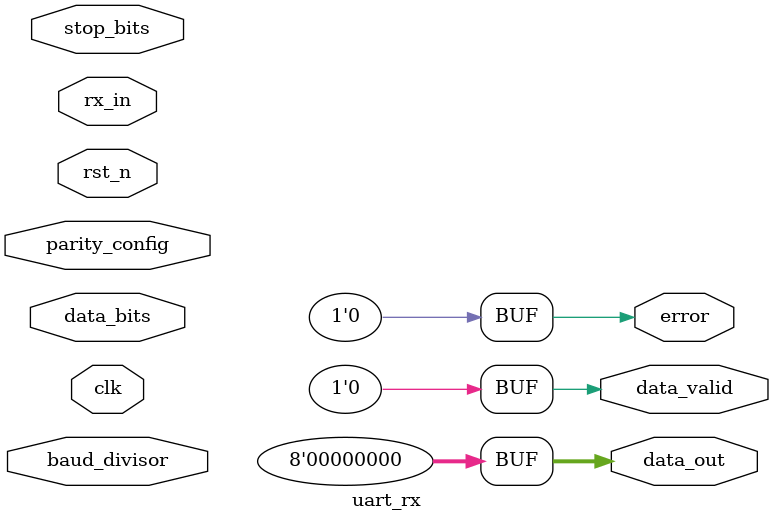
<source format=sv>
module uart_dut (
    input logic clk,
    input logic rst_n,
    
    // UART serial lines
    output logic tx,
    input logic rx,
    
    // Register interface
    input logic        cs,
    input logic [7:0]  addr,
    input logic [31:0] wdata,
    output logic [31:0] rdata,
    input logic        we
);
    
    // Internal registers
    logic [15:0] baud_divisor;
    logic [2:0]  data_bits;
    logic [0:0]  stop_bits;
    logic [1:0]  parity_config;
    logic        tx_enable;
    logic        rx_enable;
    
    logic [7:0]  tx_data;
    logic        tx_valid;
    logic        tx_ready;
    
    logic [7:0]  rx_data;
    logic        rx_valid;
    logic        rx_error;
    
    // Register map
    localparam REG_BAUD = 8'h00;
    localparam REG_CONFIG = 8'h04;
    localparam REG_TX_DATA = 8'h08;
    localparam REG_RX_DATA = 8'h0C;
    localparam REG_STATUS = 8'h10;
    
    // Register write
    always_ff @(posedge clk or negedge rst_n) begin
        if (!rst_n) begin
            baud_divisor <= 16'd104; // 115200 baud for 12MHz clock
            data_bits <= 3'd7; // 8 data bits
            stop_bits <= 1'd0; // 1 stop bit
            parity_config <= 2'd0; // No parity
            tx_enable <= 1'b0;
            rx_enable <= 1'b0;
            tx_valid <= 1'b0;
        end else begin
            tx_valid <= 1'b0;
            
            if (cs && we) begin
                case (addr)
                    REG_BAUD: baud_divisor <= wdata[15:0];
                    REG_CONFIG: begin
                        data_bits <= wdata[2:0];
                        stop_bits <= wdata[3];
                        parity_config <= wdata[5:4];
                        tx_enable <= wdata[6];
                        rx_enable <= wdata[7];
                    end
                    REG_TX_DATA: begin
                        tx_data <= wdata[7:0];
                        tx_valid <= 1'b1;
                    end
                endcase
            end
        end
    end
    
    // Register read
    always_comb begin
        rdata = 32'h0;
        if (cs && !we) begin
            case (addr)
                REG_BAUD: rdata = {16'h0, baud_divisor};
                REG_CONFIG: rdata = {24'h0, rx_enable, tx_enable, parity_config, stop_bits, data_bits};
                REG_RX_DATA: rdata = {24'h0, rx_data};
                REG_STATUS: rdata = {30'h0, rx_error, tx_ready};
            endcase
        end
    end
    
    // UART transmitter
    uart_tx tx_inst (
        .clk(clk),
        .rst_n(rst_n),
        .baud_divisor(baud_divisor),
        .data_bits(data_bits),
        .stop_bits(stop_bits),
        .parity_config(parity_config),
        .data_in(tx_data),
        .data_valid(tx_valid),
        .data_ready(tx_ready),
        .tx_out(tx)
    );
    
    // UART receiver
    uart_rx rx_inst (
        .clk(clk),
        .rst_n(rst_n),
        .baud_divisor(baud_divisor),
        .data_bits(data_bits),
        .stop_bits(stop_bits),
        .parity_config(parity_config),
        .rx_in(rx),
        .data_out(rx_data),
        .data_valid(rx_valid),
        .error(rx_error)
    );
    
endmodule

// UART Transmitter sub-module
module uart_tx (
    input logic clk,
    input logic rst_n,
    input logic [15:0] baud_divisor,
    input logic [2:0] data_bits,
    input logic stop_bits,
    input logic [1:0] parity_config,
    input logic [7:0] data_in,
    input logic data_valid,
    output logic data_ready,
    output logic tx_out
);
    
    logic [15:0] baud_counter;
    logic [3:0] bit_counter;
    logic [8:0] shift_reg;
    logic parity_bit;
    logic transmitting;
    
    enum logic [2:0] {
        IDLE = 3'b000,
        START = 3'b001,
        DATA = 3'b010,
        PARITY = 3'b011,
        STOP = 3'b100
    } state;
    
    always_ff @(posedge clk or negedge rst_n) begin
        if (!rst_n) begin
            state <= IDLE;
            tx_out <= 1'b1;
            data_ready <= 1'b1;
            baud_counter <= 16'h0;
            bit_counter <= 4'h0;
            shift_reg <= 9'h0;
            transmitting <= 1'b0;
        end else begin
            case (state)
                IDLE: begin
                    tx_out <= 1'b1;
                    data_ready <= 1'b1;
                    if (data_valid && data_ready) begin
                        state <= START;
                        data_ready <= 1'b0;
                        baud_counter <= 16'h0;
                        shift_reg <= {1'b0, data_in};
                        transmitting <= 1'b1;
                    end
                end
                
                START: begin
                    tx_out <= 1'b0;
                    if (baud_counter == baud_divisor) begin
                        state <= DATA;
                        baud_counter <= 16'h0;
                        bit_counter <= 4'h0;
                    end else begin
                        baud_counter <= baud_counter + 16'h1;
                    end
                end
                
                DATA: begin
                    tx_out <= shift_reg[0];
                    if (baud_counter == baud_divisor) begin
                        shift_reg <= {1'b0, shift_reg[8:1]};
                        bit_counter <= bit_counter + 4'h1;
                        baud_counter <= 16'h0;
                        
                        if (bit_counter == data_bits) begin
                            if (parity_config != 2'b00) begin
                                state <= PARITY;
                            end else begin
                                state <= STOP;
                            end
                        end
                    end else begin
                        baud_counter <= baud_counter + 16'h1;
                    end
                end
                
                PARITY: begin
                    // Calculate parity
                    parity_bit = ^data_in;
                    if (parity_config == 2'b01) parity_bit = ~parity_bit; // Odd parity
                    tx_out <= parity_bit;
                    
                    if (baud_counter == baud_divisor) begin
                        state <= STOP;
                        baud_counter <= 16'h0;
                    end else begin
                        baud_counter <= baud_counter + 16'h1;
                    end
                end
                
                STOP: begin
                    tx_out <= 1'b1;
                    if (baud_counter == baud_divisor) begin
                        if (bit_counter == (data_bits + stop_bits)) begin
                            state <= IDLE;
                            transmitting <= 1'b0;
                        end else begin
                            bit_counter <= bit_counter + 4'h1;
                            baud_counter <= 16'h0;
                        end
                    end else begin
                        baud_counter <= baud_counter + 16'h1;
                    end
                end
            endcase
        end
    end
    
endmodule

// UART Receiver sub-module (simplified)
module uart_rx (
    input logic clk,
    input logic rst_n,
    input logic [15:0] baud_divisor,
    input logic [2:0] data_bits,
    input logic stop_bits,
    input logic [1:0] parity_config,
    input logic rx_in,
    output logic [7:0] data_out,
    output logic data_valid,
    output logic error
);
    // Implementation similar to transmitter but for receiving
    
    // Simplified for example
    assign data_out = 8'h0;
    assign data_valid = 1'b0;
    assign error = 1'b0;
    
endmodule

</source>
